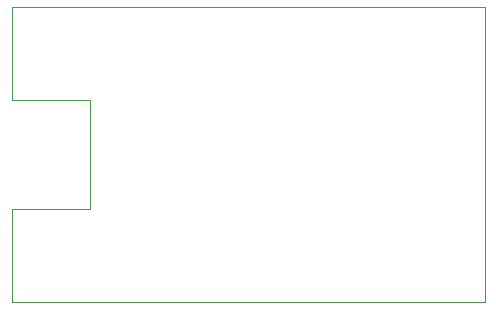
<source format=gm1>
G04 #@! TF.GenerationSoftware,KiCad,Pcbnew,5.1.7-a382d34a8~87~ubuntu20.04.1*
G04 #@! TF.CreationDate,2020-11-13T02:39:59+00:00*
G04 #@! TF.ProjectId,ILI2511-N7,494c4932-3531-4312-9d4e-372e6b696361,rev?*
G04 #@! TF.SameCoordinates,Original*
G04 #@! TF.FileFunction,Profile,NP*
%FSLAX46Y46*%
G04 Gerber Fmt 4.6, Leading zero omitted, Abs format (unit mm)*
G04 Created by KiCad (PCBNEW 5.1.7-a382d34a8~87~ubuntu20.04.1) date 2020-11-13 02:39:59*
%MOMM*%
%LPD*%
G01*
G04 APERTURE LIST*
G04 #@! TA.AperFunction,Profile*
%ADD10C,0.050000*%
G04 #@! TD*
G04 APERTURE END LIST*
D10*
X168000000Y-89000000D02*
X128000000Y-89000000D01*
X128000000Y-64000000D02*
X168000000Y-64000000D01*
X128000000Y-64000000D02*
X128000000Y-71900000D01*
X128000000Y-81100000D02*
X128000000Y-89000000D01*
X134600000Y-81100000D02*
X128000000Y-81100000D01*
X134600000Y-81000000D02*
X134600000Y-81100000D01*
X134600000Y-71900000D02*
X134600000Y-81000000D01*
X128000000Y-71900000D02*
X134600000Y-71900000D01*
X168000000Y-64000000D02*
X168000000Y-89000000D01*
M02*

</source>
